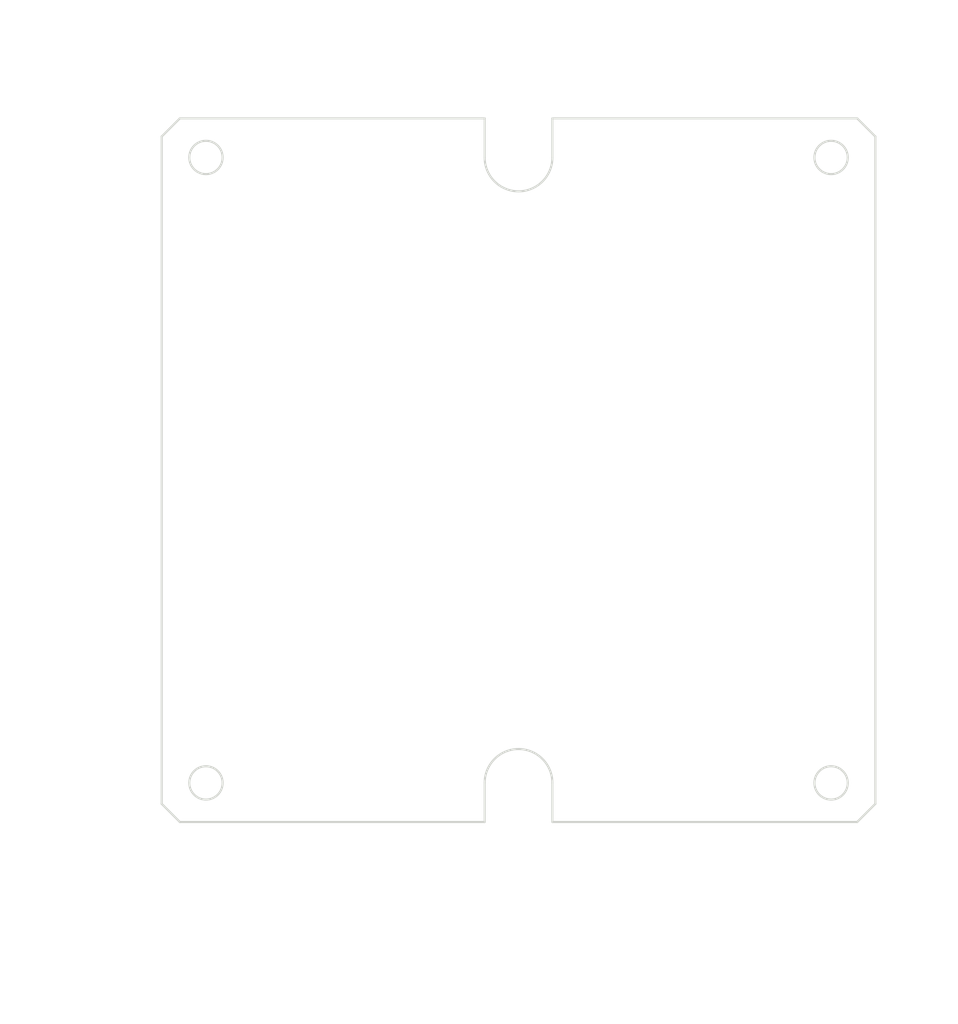
<source format=kicad_pcb>
(kicad_pcb (version 20171130) (host pcbnew "(5.1.0)-1")

  (general
    (thickness 1.6)
    (drawings 74)
    (tracks 0)
    (zones 0)
    (modules 0)
    (nets 1)
  )

  (page A4)
  (layers
    (0 F.Cu signal)
    (31 B.Cu signal)
    (32 B.Adhes user)
    (33 F.Adhes user)
    (34 B.Paste user)
    (35 F.Paste user)
    (36 B.SilkS user)
    (37 F.SilkS user)
    (38 B.Mask user)
    (39 F.Mask user)
    (40 Dwgs.User user)
    (41 Cmts.User user)
    (42 Eco1.User user)
    (43 Eco2.User user)
    (44 Edge.Cuts user)
    (45 Margin user)
    (46 B.CrtYd user)
    (47 F.CrtYd user)
    (48 B.Fab user)
    (49 F.Fab user)
  )

  (setup
    (last_trace_width 0.25)
    (trace_clearance 0.2)
    (zone_clearance 0.508)
    (zone_45_only no)
    (trace_min 0.2)
    (via_size 0.8)
    (via_drill 0.4)
    (via_min_size 0.4)
    (via_min_drill 0.3)
    (uvia_size 0.3)
    (uvia_drill 0.1)
    (uvias_allowed no)
    (uvia_min_size 0.2)
    (uvia_min_drill 0.1)
    (edge_width 0.05)
    (segment_width 0.2)
    (pcb_text_width 0.3)
    (pcb_text_size 1.5 1.5)
    (mod_edge_width 0.12)
    (mod_text_size 1 1)
    (mod_text_width 0.15)
    (pad_size 1.524 1.524)
    (pad_drill 0.762)
    (pad_to_mask_clearance 0.051)
    (solder_mask_min_width 0.25)
    (aux_axis_origin 0 0)
    (visible_elements FFFFFF7F)
    (pcbplotparams
      (layerselection 0x010fc_ffffffff)
      (usegerberextensions false)
      (usegerberattributes false)
      (usegerberadvancedattributes false)
      (creategerberjobfile false)
      (excludeedgelayer true)
      (linewidth 0.152400)
      (plotframeref false)
      (viasonmask false)
      (mode 1)
      (useauxorigin false)
      (hpglpennumber 1)
      (hpglpenspeed 20)
      (hpglpendiameter 15.000000)
      (psnegative false)
      (psa4output false)
      (plotreference true)
      (plotvalue true)
      (plotinvisibletext false)
      (padsonsilk false)
      (subtractmaskfromsilk false)
      (outputformat 1)
      (mirror false)
      (drillshape 1)
      (scaleselection 1)
      (outputdirectory ""))
  )

  (net 0 "")

  (net_class Default "This is the default net class."
    (clearance 0.2)
    (trace_width 0.25)
    (via_dia 0.8)
    (via_drill 0.4)
    (uvia_dia 0.3)
    (uvia_drill 0.1)
  )

  (gr_line (start 180.754045 94.87397) (end 180.754045 146.940705) (layer Dwgs.User) (width 0.2))
  (gr_line (start 180.754045 61.869049) (end 180.754045 125.87889) (layer Edge.Cuts) (width 0.2))
  (gr_line (start 180.754045 125.87889) (end 179.008965 127.62397) (layer Edge.Cuts) (width 0.2))
  (gr_line (start 179.008965 127.62397) (end 149.754045 127.62397) (layer Edge.Cuts) (width 0.2))
  (gr_line (start 113.999124 127.62397) (end 112.254045 125.87889) (layer Edge.Cuts) (width 0.2))
  (gr_line (start 112.254045 125.87889) (end 112.254045 61.869049) (layer Edge.Cuts) (width 0.2))
  (gr_circle (center 116.504045 123.87397) (end 118.104045 123.87397) (layer Edge.Cuts) (width 0.2))
  (gr_circle (center 176.504045 123.87397) (end 178.104045 123.87397) (layer Edge.Cuts) (width 0.2))
  (gr_line (start 143.254045 127.62397) (end 113.999124 127.62397) (layer Edge.Cuts) (width 0.2))
  (gr_line (start 149.754045 123.87397) (end 149.754045 127.62397) (layer Edge.Cuts) (width 0.2))
  (gr_line (start 143.254045 127.62397) (end 143.254045 123.87397) (layer Edge.Cuts) (width 0.2))
  (gr_arc (start 146.504045 123.87397) (end 149.754045 123.87397) (angle -180) (layer Edge.Cuts) (width 0.2))
  (gr_line (start 180.754045 61.869049) (end 179.008965 60.12397) (layer Edge.Cuts) (width 0.2))
  (gr_line (start 143.254045 60.12397) (end 113.999124 60.12397) (layer Edge.Cuts) (width 0.2))
  (gr_line (start 113.999124 60.12397) (end 112.254045 61.869049) (layer Edge.Cuts) (width 0.2))
  (gr_circle (center 116.504045 63.87397) (end 118.104045 63.87397) (layer Edge.Cuts) (width 0.2))
  (gr_circle (center 176.504045 63.87397) (end 178.104045 63.87397) (layer Edge.Cuts) (width 0.2))
  (gr_line (start 179.008965 60.12397) (end 149.754045 60.12397) (layer Edge.Cuts) (width 0.2))
  (gr_line (start 149.754045 60.12397) (end 149.754045 63.87397) (layer Edge.Cuts) (width 0.2))
  (gr_line (start 143.254045 63.87397) (end 143.254045 60.12397) (layer Edge.Cuts) (width 0.2))
  (gr_arc (start 146.504045 63.87397) (end 143.254045 63.87397) (angle -180) (layer Edge.Cuts) (width 0.2))
  (gr_text [.28] (at 158.7485 136.337692) (layer Dwgs.User)
    (effects (font (size 1.7 1.53) (thickness 0.2125)))
  )
  (gr_text " 7.00" (at 158.7485 132.780257) (layer Dwgs.User)
    (effects (font (size 1.7 1.53) (thickness 0.2125)))
  )
  (gr_line (start 164.132709 134.448231) (end 162.132709 134.448231) (layer Dwgs.User) (width 0.2))
  (gr_line (start 164.132709 127.62397) (end 164.132709 134.448231) (layer Dwgs.User) (width 0.2))
  (gr_line (start 164.132709 122.62397) (end 164.132709 125.62397) (layer Dwgs.User) (width 0.2))
  (gr_line (start 147.504045 120.62397) (end 167.307709 120.62397) (layer Dwgs.User) (width 0.2))
  (gr_text [.26] (at 137.38861 137.573834) (layer Dwgs.User)
    (effects (font (size 1.7 1.53) (thickness 0.2125)))
  )
  (gr_text " 6.50" (at 137.38861 134.016399) (layer Dwgs.User)
    (effects (font (size 1.7 1.53) (thickness 0.2125)))
  )
  (gr_line (start 143.254045 135.684373) (end 140.772819 135.684373) (layer Dwgs.User) (width 0.2))
  (gr_line (start 147.754045 135.684373) (end 145.254045 135.684373) (layer Dwgs.User) (width 0.2))
  (gr_line (start 149.754045 128.62397) (end 149.754045 138.859373) (layer Dwgs.User) (width 0.2))
  (gr_line (start 143.254045 128.62397) (end 143.254045 138.859373) (layer Dwgs.User) (width 0.2))
  (gr_text [.07] (at 185.396472 119.796019) (layer Dwgs.User)
    (effects (font (size 1.7 1.53) (thickness 0.2125)))
  )
  (gr_text " 1.75" (at 185.396472 116.238584) (layer Dwgs.User)
    (effects (font (size 1.7 1.53) (thickness 0.2125)))
  )
  (gr_line (start 180.002987 117.906558) (end 182.002987 117.906558) (layer Dwgs.User) (width 0.2))
  (gr_line (start 180.002987 123.87889) (end 180.002987 117.906558) (layer Dwgs.User) (width 0.2))
  (gr_line (start 180.002987 129.62397) (end 180.002987 131.62397) (layer Dwgs.User) (width 0.2))
  (gr_line (start 180.008965 127.62397) (end 183.177987 127.62397) (layer Dwgs.User) (width 0.2))
  (gr_line (start 179.754045 125.87889) (end 176.827987 125.87889) (layer Dwgs.User) (width 0.2))
  (gr_text [.07] (at 171.143531 134.583093) (layer Dwgs.User)
    (effects (font (size 1.7 1.53) (thickness 0.2125)))
  )
  (gr_text " 1.75" (at 171.143531 131.025658) (layer Dwgs.User)
    (effects (font (size 1.7 1.53) (thickness 0.2125)))
  )
  (gr_line (start 177.008965 132.693632) (end 174.537016 132.693632) (layer Dwgs.User) (width 0.2))
  (gr_line (start 182.754045 132.693632) (end 184.754045 132.693632) (layer Dwgs.User) (width 0.2))
  (gr_line (start 179.008965 128.62397) (end 179.008965 135.868632) (layer Dwgs.User) (width 0.2))
  (gr_line (start 180.754045 127.62397) (end 180.754045 135.868632) (layer Dwgs.User) (width 0.2))
  (gr_text [2.36] (at 153.164345 53.932841) (layer Dwgs.User)
    (effects (font (size 1.7 1.53) (thickness 0.2125)))
  )
  (gr_text " 60.00" (at 153.164345 50.375406) (layer Dwgs.User)
    (effects (font (size 1.7 1.53) (thickness 0.2125)))
  )
  (gr_line (start 174.504045 52.04338) (end 157.208956 52.04338) (layer Dwgs.User) (width 0.2))
  (gr_line (start 118.504045 52.04338) (end 149.119734 52.04338) (layer Dwgs.User) (width 0.2))
  (gr_line (start 176.504045 62.87397) (end 176.504045 48.86838) (layer Dwgs.User) (width 0.2))
  (gr_line (start 116.504045 62.87397) (end 116.504045 48.86838) (layer Dwgs.User) (width 0.2))
  (gr_text [2.36] (at 107.396071 110.262811) (layer Dwgs.User)
    (effects (font (size 1.7 1.53) (thickness 0.2125)))
  )
  (gr_text 60.00 (at 107.396071 106.29444) (layer Dwgs.User)
    (effects (font (size 1.7 1.53) (thickness 0.2125)))
  )
  (gr_line (start 107.396071 65.87397) (end 107.396071 104.404979) (layer Dwgs.User) (width 0.2))
  (gr_line (start 107.396071 121.87397) (end 107.396071 112.34172) (layer Dwgs.User) (width 0.2))
  (gr_line (start 115.504045 63.87397) (end 104.221071 63.87397) (layer Dwgs.User) (width 0.2))
  (gr_line (start 115.504045 123.87397) (end 104.221071 123.87397) (layer Dwgs.User) (width 0.2))
  (gr_text [2.66] (at 100.472008 96.905502) (layer Dwgs.User)
    (effects (font (size 1.7 1.53) (thickness 0.2125)))
  )
  (gr_text 67.50 (at 100.472008 92.937131) (layer Dwgs.User)
    (effects (font (size 1.7 1.53) (thickness 0.2125)))
  )
  (gr_line (start 100.472008 62.12397) (end 100.472008 91.04767) (layer Dwgs.User) (width 0.2))
  (gr_line (start 100.472008 125.62397) (end 100.472008 98.984411) (layer Dwgs.User) (width 0.2))
  (gr_line (start 112.999124 60.12397) (end 97.297008 60.12397) (layer Dwgs.User) (width 0.2))
  (gr_line (start 112.999124 127.62397) (end 97.297008 127.62397) (layer Dwgs.User) (width 0.2))
  (gr_text [2.70] (at 146.74057 145.655166) (layer Dwgs.User)
    (effects (font (size 1.7 1.53) (thickness 0.2125)))
  )
  (gr_text " 68.50" (at 146.74057 142.09773) (layer Dwgs.User)
    (effects (font (size 1.7 1.53) (thickness 0.2125)))
  )
  (gr_line (start 178.754045 143.765705) (end 150.785181 143.765705) (layer Dwgs.User) (width 0.2))
  (gr_line (start 114.254045 143.765705) (end 142.695959 143.765705) (layer Dwgs.User) (width 0.2))
  (gr_line (start 112.254045 94.87397) (end 112.254045 146.940705) (layer Dwgs.User) (width 0.2))
  (gr_line (start 116.504045 123.96397) (end 116.504045 123.78397) (layer Dwgs.User) (width 0.2))
  (gr_line (start 116.414045 123.87397) (end 116.594045 123.87397) (layer Dwgs.User) (width 0.2))
  (gr_text " ∅3.20\n[∅0.13]" (at 126.46251 132.039582) (layer Dwgs.User)
    (effects (font (size 1.7 1.53) (thickness 0.2125)))
  )
  (gr_line (start 119.925641 132.039582) (end 117.89533 127.19426) (layer Dwgs.User) (width 0.2))
  (gr_line (start 121.925641 132.039582) (end 119.925641 132.039582) (layer Dwgs.User) (width 0.2))

)

</source>
